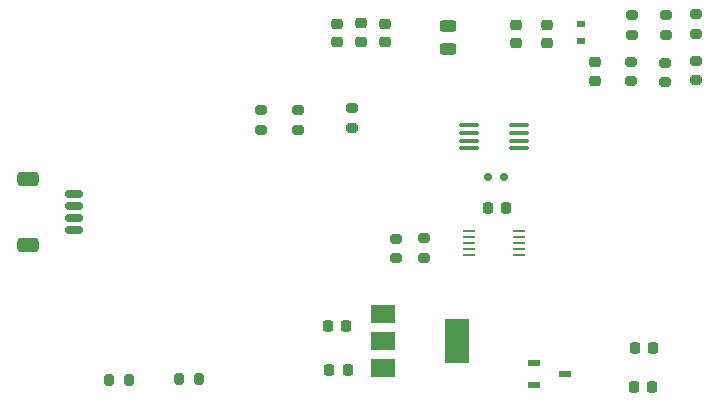
<source format=gbr>
%TF.GenerationSoftware,KiCad,Pcbnew,7.0.8-7.0.8~ubuntu22.04.1*%
%TF.CreationDate,2023-10-19T14:38:34-05:00*%
%TF.ProjectId,rm3100Remote,726d3331-3030-4526-956d-6f74652e6b69,0.0.5*%
%TF.SameCoordinates,Original*%
%TF.FileFunction,Paste,Top*%
%TF.FilePolarity,Positive*%
%FSLAX46Y46*%
G04 Gerber Fmt 4.6, Leading zero omitted, Abs format (unit mm)*
G04 Created by KiCad (PCBNEW 7.0.8-7.0.8~ubuntu22.04.1) date 2023-10-19 14:38:34*
%MOMM*%
%LPD*%
G01*
G04 APERTURE LIST*
G04 Aperture macros list*
%AMRoundRect*
0 Rectangle with rounded corners*
0 $1 Rounding radius*
0 $2 $3 $4 $5 $6 $7 $8 $9 X,Y pos of 4 corners*
0 Add a 4 corners polygon primitive as box body*
4,1,4,$2,$3,$4,$5,$6,$7,$8,$9,$2,$3,0*
0 Add four circle primitives for the rounded corners*
1,1,$1+$1,$2,$3*
1,1,$1+$1,$4,$5*
1,1,$1+$1,$6,$7*
1,1,$1+$1,$8,$9*
0 Add four rect primitives between the rounded corners*
20,1,$1+$1,$2,$3,$4,$5,0*
20,1,$1+$1,$4,$5,$6,$7,0*
20,1,$1+$1,$6,$7,$8,$9,0*
20,1,$1+$1,$8,$9,$2,$3,0*%
G04 Aperture macros list end*
%ADD10RoundRect,0.200000X-0.275000X0.200000X-0.275000X-0.200000X0.275000X-0.200000X0.275000X0.200000X0*%
%ADD11RoundRect,0.150000X-0.625000X0.150000X-0.625000X-0.150000X0.625000X-0.150000X0.625000X0.150000X0*%
%ADD12RoundRect,0.250000X-0.650000X0.350000X-0.650000X-0.350000X0.650000X-0.350000X0.650000X0.350000X0*%
%ADD13RoundRect,0.200000X-0.200000X-0.275000X0.200000X-0.275000X0.200000X0.275000X-0.200000X0.275000X0*%
%ADD14RoundRect,0.225000X0.225000X0.250000X-0.225000X0.250000X-0.225000X-0.250000X0.225000X-0.250000X0*%
%ADD15RoundRect,0.225000X0.250000X-0.225000X0.250000X0.225000X-0.250000X0.225000X-0.250000X-0.225000X0*%
%ADD16RoundRect,0.225000X-0.250000X0.225000X-0.250000X-0.225000X0.250000X-0.225000X0.250000X0.225000X0*%
%ADD17RoundRect,0.150000X-0.150000X-0.200000X0.150000X-0.200000X0.150000X0.200000X-0.150000X0.200000X0*%
%ADD18RoundRect,0.243750X-0.456250X0.243750X-0.456250X-0.243750X0.456250X-0.243750X0.456250X0.243750X0*%
%ADD19R,0.800000X0.600000*%
%ADD20RoundRect,0.100000X-0.712500X-0.100000X0.712500X-0.100000X0.712500X0.100000X-0.712500X0.100000X0*%
%ADD21R,1.100000X0.250000*%
%ADD22R,2.000000X1.500000*%
%ADD23R,2.000000X3.800000*%
%ADD24RoundRect,0.225000X-0.225000X-0.250000X0.225000X-0.250000X0.225000X0.250000X-0.225000X0.250000X0*%
%ADD25R,1.050000X0.600000*%
G04 APERTURE END LIST*
D10*
%TO.C,R7*%
X-74828400Y64985400D03*
X-74828400Y63335400D03*
%TD*%
D11*
%TO.C,J6*%
X-90659200Y57888000D03*
X-90659200Y56888000D03*
X-90659200Y55888000D03*
X-90659200Y54888000D03*
D12*
X-94534200Y59188000D03*
X-94534200Y53588000D03*
%TD*%
D10*
%TO.C,R10*%
X-60960000Y54165000D03*
X-60960000Y52515000D03*
%TD*%
%TO.C,R11*%
X-63398400Y54114200D03*
X-63398400Y52464200D03*
%TD*%
%TO.C,R8*%
X-67056000Y65137800D03*
X-67056000Y63487800D03*
%TD*%
%TO.C,R9*%
X-71628000Y64985400D03*
X-71628000Y63335400D03*
%TD*%
D13*
%TO.C,R12*%
X-81707600Y42214800D03*
X-80057600Y42214800D03*
%TD*%
%TO.C,R13*%
X-87642200Y42113200D03*
X-85992200Y42113200D03*
%TD*%
D14*
%TO.C,C1*%
X-54038200Y56743600D03*
X-55588200Y56743600D03*
%TD*%
D15*
%TO.C,C2*%
X-50568800Y70694600D03*
X-50568800Y72244600D03*
%TD*%
%TO.C,C3*%
X-53238800Y70664600D03*
X-53238800Y72214600D03*
%TD*%
D16*
%TO.C,C4*%
X-68326000Y72301400D03*
X-68326000Y70751400D03*
%TD*%
%TO.C,C5*%
X-66359950Y72351400D03*
X-66359950Y70801400D03*
%TD*%
%TO.C,C6*%
X-64298800Y72324600D03*
X-64298800Y70774600D03*
%TD*%
%TO.C,C7*%
X-46532800Y69050200D03*
X-46532800Y67500200D03*
%TD*%
D17*
%TO.C,D1*%
X-54188800Y59369600D03*
X-55588800Y59369600D03*
%TD*%
D18*
%TO.C,F1*%
X-58958800Y72077100D03*
X-58958800Y70202100D03*
%TD*%
D19*
%TO.C,FB1*%
X-47728800Y70859600D03*
X-47728800Y72259600D03*
%TD*%
D10*
%TO.C,R1*%
X-43401600Y73011800D03*
X-43401600Y71361800D03*
%TD*%
%TO.C,R2*%
X-40487600Y73011800D03*
X-40487600Y71361800D03*
%TD*%
%TO.C,R3*%
X-37918800Y73094600D03*
X-37918800Y71444600D03*
%TD*%
%TO.C,R4*%
X-43484800Y69100200D03*
X-43484800Y67450200D03*
%TD*%
%TO.C,R5*%
X-40589200Y68989600D03*
X-40589200Y67339600D03*
%TD*%
%TO.C,R6*%
X-37918800Y69194600D03*
X-37918800Y67544600D03*
%TD*%
D20*
%TO.C,U1*%
X-57179700Y63713000D03*
X-57179700Y63063000D03*
X-57179700Y62413000D03*
X-57179700Y61763000D03*
X-52954700Y61763000D03*
X-52954700Y62413000D03*
X-52954700Y63063000D03*
X-52954700Y63713000D03*
%TD*%
D21*
%TO.C,U2*%
X-57217200Y54746400D03*
X-57217200Y54246400D03*
X-57217200Y53746400D03*
X-57217200Y53246400D03*
X-57217200Y52746400D03*
X-52917200Y52746400D03*
X-52917200Y53246400D03*
X-52917200Y53746400D03*
X-52917200Y54246400D03*
X-52917200Y54746400D03*
%TD*%
D22*
%TO.C,U4*%
X-64465600Y47766000D03*
X-64465600Y45466000D03*
D23*
X-58165600Y45466000D03*
D22*
X-64465600Y43166000D03*
%TD*%
D14*
%TO.C,C9*%
X-67560000Y46736000D03*
X-69110000Y46736000D03*
%TD*%
%TO.C,C8*%
X-67449400Y42976800D03*
X-68999400Y42976800D03*
%TD*%
D24*
%TO.C,C10*%
X-43142200Y44856400D03*
X-41592200Y44856400D03*
%TD*%
%TO.C,C11*%
X-43193800Y41569600D03*
X-41643800Y41569600D03*
%TD*%
D25*
%TO.C,U5*%
X-51642800Y43622000D03*
X-51642800Y41722000D03*
X-49042800Y42672000D03*
%TD*%
M02*

</source>
